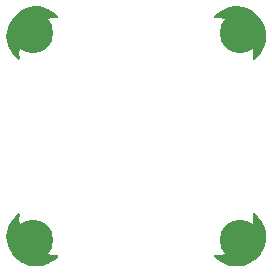
<source format=gbr>
G04 EAGLE Gerber RS-274X export*
G75*
%MOMM*%
%FSLAX34Y34*%
%LPD*%
%INSoldermask Bottom*%
%IPPOS*%
%AMOC8*
5,1,8,0,0,1.08239X$1,22.5*%
G01*
%ADD10C,3.419200*%

G36*
X99673Y64978D02*
X99673Y64978D01*
X99727Y64977D01*
X99813Y64999D01*
X99900Y65013D01*
X99950Y65035D01*
X100002Y65049D01*
X100062Y65087D01*
X100159Y65131D01*
X100230Y65193D01*
X100286Y65228D01*
X102994Y67644D01*
X103053Y67714D01*
X103102Y67757D01*
X105409Y70559D01*
X105456Y70636D01*
X105498Y70686D01*
X107350Y73808D01*
X107385Y73892D01*
X107419Y73947D01*
X108771Y77315D01*
X108793Y77404D01*
X108818Y77464D01*
X109639Y80999D01*
X109642Y81025D01*
X109648Y81046D01*
X109650Y81099D01*
X109663Y81153D01*
X109934Y84772D01*
X109929Y84863D01*
X109934Y84928D01*
X109649Y88546D01*
X109629Y88635D01*
X109625Y88700D01*
X108790Y92232D01*
X108757Y92317D01*
X108743Y92380D01*
X107378Y95744D01*
X107335Y95818D01*
X107335Y95819D01*
X107332Y95824D01*
X107309Y95883D01*
X105446Y98998D01*
X105402Y99052D01*
X105368Y99109D01*
X105361Y99115D01*
X105356Y99125D01*
X103038Y101918D01*
X102989Y101963D01*
X102958Y102004D01*
X100333Y104511D01*
X100259Y104564D01*
X100213Y104609D01*
X97235Y106685D01*
X97154Y106726D01*
X97101Y106764D01*
X93842Y108360D01*
X93755Y108388D01*
X93697Y108418D01*
X90232Y109497D01*
X90142Y109512D01*
X90080Y109532D01*
X86490Y110068D01*
X86399Y110069D01*
X86335Y110080D01*
X82706Y110061D01*
X82615Y110048D01*
X82551Y110048D01*
X78967Y109475D01*
X78880Y109448D01*
X78815Y109439D01*
X75361Y108325D01*
X75279Y108285D01*
X75217Y108266D01*
X71974Y106637D01*
X71899Y106585D01*
X71840Y106556D01*
X68884Y104450D01*
X68818Y104388D01*
X68765Y104351D01*
X66165Y101818D01*
X66132Y101775D01*
X66092Y101739D01*
X66046Y101663D01*
X65992Y101593D01*
X65972Y101542D01*
X65943Y101496D01*
X65920Y101411D01*
X65887Y101328D01*
X65882Y101275D01*
X65867Y101223D01*
X65868Y101134D01*
X65860Y101045D01*
X65870Y100992D01*
X65870Y100938D01*
X65896Y100853D01*
X65912Y100766D01*
X65936Y100718D01*
X65952Y100666D01*
X66000Y100591D01*
X66040Y100512D01*
X66076Y100472D01*
X66106Y100427D01*
X66172Y100368D01*
X66233Y100303D01*
X66279Y100275D01*
X66320Y100240D01*
X66400Y100202D01*
X66476Y100156D01*
X66528Y100142D01*
X66577Y100120D01*
X66648Y100110D01*
X66751Y100083D01*
X66844Y100085D01*
X66910Y100076D01*
X71111Y100226D01*
X75219Y99785D01*
X79222Y98764D01*
X83039Y97184D01*
X86593Y95078D01*
X89811Y92488D01*
X92629Y89467D01*
X94988Y86076D01*
X96841Y82384D01*
X98150Y78465D01*
X98889Y74401D01*
X99043Y70272D01*
X98600Y66092D01*
X98602Y66038D01*
X98595Y65985D01*
X98607Y65897D01*
X98610Y65808D01*
X98627Y65757D01*
X98635Y65703D01*
X98671Y65623D01*
X98698Y65538D01*
X98729Y65493D01*
X98751Y65444D01*
X98808Y65376D01*
X98858Y65303D01*
X98900Y65269D01*
X98935Y65227D01*
X99009Y65178D01*
X99077Y65121D01*
X99127Y65100D01*
X99171Y65070D01*
X99256Y65043D01*
X99337Y65007D01*
X99391Y65000D01*
X99443Y64984D01*
X99531Y64982D01*
X99619Y64970D01*
X99673Y64978D01*
G37*
G36*
X-99583Y64979D02*
X-99583Y64979D01*
X-99494Y64977D01*
X-99442Y64990D01*
X-99388Y64995D01*
X-99305Y65026D01*
X-99219Y65049D01*
X-99173Y65076D01*
X-99122Y65095D01*
X-99051Y65148D01*
X-98974Y65194D01*
X-98938Y65233D01*
X-98894Y65265D01*
X-98841Y65336D01*
X-98780Y65401D01*
X-98755Y65449D01*
X-98723Y65492D01*
X-98691Y65575D01*
X-98650Y65654D01*
X-98640Y65707D01*
X-98621Y65757D01*
X-98616Y65829D01*
X-98596Y65933D01*
X-98604Y66026D01*
X-98600Y66092D01*
X-99043Y70272D01*
X-98889Y74401D01*
X-98150Y78465D01*
X-96841Y82384D01*
X-94988Y86076D01*
X-92629Y89467D01*
X-89811Y92488D01*
X-86593Y95078D01*
X-83039Y97184D01*
X-79222Y98764D01*
X-75219Y99785D01*
X-71111Y100226D01*
X-66910Y100076D01*
X-66856Y100082D01*
X-66803Y100078D01*
X-66716Y100096D01*
X-66627Y100106D01*
X-66577Y100126D01*
X-66525Y100137D01*
X-66446Y100179D01*
X-66364Y100213D01*
X-66321Y100246D01*
X-66274Y100271D01*
X-66210Y100333D01*
X-66141Y100388D01*
X-66109Y100432D01*
X-66070Y100470D01*
X-66026Y100547D01*
X-65975Y100619D01*
X-65957Y100670D01*
X-65930Y100717D01*
X-65909Y100803D01*
X-65879Y100887D01*
X-65876Y100941D01*
X-65863Y100993D01*
X-65867Y101082D01*
X-65862Y101171D01*
X-65874Y101224D01*
X-65876Y101277D01*
X-65904Y101362D01*
X-65924Y101448D01*
X-65950Y101496D01*
X-65967Y101547D01*
X-66009Y101605D01*
X-66060Y101698D01*
X-66126Y101764D01*
X-66165Y101818D01*
X-68765Y104351D01*
X-68838Y104404D01*
X-68884Y104450D01*
X-71840Y106556D01*
X-71921Y106598D01*
X-71974Y106637D01*
X-75217Y108266D01*
X-75303Y108295D01*
X-75361Y108325D01*
X-78815Y109439D01*
X-78905Y109455D01*
X-78967Y109475D01*
X-82551Y110048D01*
X-82641Y110050D01*
X-82706Y110061D01*
X-86335Y110080D01*
X-86425Y110067D01*
X-86490Y110068D01*
X-90080Y109532D01*
X-90167Y109506D01*
X-90232Y109497D01*
X-93697Y108418D01*
X-93779Y108379D01*
X-93842Y108360D01*
X-97101Y106764D01*
X-97177Y106713D01*
X-97235Y106685D01*
X-100213Y104609D01*
X-100279Y104547D01*
X-100333Y104511D01*
X-102958Y102004D01*
X-103000Y101952D01*
X-103038Y101918D01*
X-105356Y99125D01*
X-105404Y99047D01*
X-105446Y98998D01*
X-107309Y95883D01*
X-107344Y95799D01*
X-107378Y95744D01*
X-108743Y92380D01*
X-108765Y92292D01*
X-108790Y92232D01*
X-109625Y88700D01*
X-109633Y88609D01*
X-109649Y88546D01*
X-109934Y84928D01*
X-109929Y84837D01*
X-109934Y84772D01*
X-109663Y81153D01*
X-109655Y81117D01*
X-109656Y81098D01*
X-109642Y81047D01*
X-109639Y80999D01*
X-108818Y77464D01*
X-108785Y77379D01*
X-108771Y77315D01*
X-107419Y73947D01*
X-107373Y73868D01*
X-107350Y73808D01*
X-105498Y70686D01*
X-105441Y70615D01*
X-105409Y70559D01*
X-103102Y67757D01*
X-103035Y67695D01*
X-102994Y67644D01*
X-100286Y65228D01*
X-100241Y65198D01*
X-100202Y65161D01*
X-100123Y65120D01*
X-100049Y65070D01*
X-99998Y65054D01*
X-99950Y65029D01*
X-99863Y65011D01*
X-99778Y64984D01*
X-99724Y64983D01*
X-99671Y64972D01*
X-99583Y64979D01*
G37*
G36*
X-82706Y-110061D02*
X-82706Y-110061D01*
X-82615Y-110048D01*
X-82551Y-110048D01*
X-78967Y-109475D01*
X-78880Y-109448D01*
X-78815Y-109439D01*
X-75361Y-108325D01*
X-75279Y-108285D01*
X-75217Y-108266D01*
X-71974Y-106637D01*
X-71899Y-106585D01*
X-71840Y-106556D01*
X-68884Y-104450D01*
X-68818Y-104388D01*
X-68765Y-104351D01*
X-66165Y-101818D01*
X-66132Y-101775D01*
X-66092Y-101739D01*
X-66046Y-101663D01*
X-65992Y-101593D01*
X-65972Y-101542D01*
X-65943Y-101496D01*
X-65920Y-101411D01*
X-65887Y-101328D01*
X-65882Y-101275D01*
X-65867Y-101223D01*
X-65868Y-101134D01*
X-65860Y-101045D01*
X-65870Y-100992D01*
X-65870Y-100938D01*
X-65896Y-100853D01*
X-65912Y-100766D01*
X-65936Y-100718D01*
X-65952Y-100666D01*
X-66000Y-100591D01*
X-66040Y-100512D01*
X-66076Y-100472D01*
X-66106Y-100427D01*
X-66172Y-100368D01*
X-66233Y-100303D01*
X-66279Y-100275D01*
X-66320Y-100240D01*
X-66400Y-100202D01*
X-66476Y-100156D01*
X-66528Y-100142D01*
X-66577Y-100120D01*
X-66648Y-100110D01*
X-66751Y-100083D01*
X-66844Y-100085D01*
X-66910Y-100076D01*
X-71111Y-100226D01*
X-75219Y-99785D01*
X-79222Y-98764D01*
X-83039Y-97184D01*
X-86593Y-95078D01*
X-89811Y-92488D01*
X-92629Y-89467D01*
X-94988Y-86076D01*
X-96841Y-82384D01*
X-98150Y-78465D01*
X-98889Y-74401D01*
X-99043Y-70272D01*
X-98600Y-66092D01*
X-98602Y-66038D01*
X-98595Y-65985D01*
X-98607Y-65897D01*
X-98610Y-65808D01*
X-98627Y-65757D01*
X-98635Y-65703D01*
X-98671Y-65623D01*
X-98698Y-65538D01*
X-98729Y-65493D01*
X-98751Y-65444D01*
X-98808Y-65376D01*
X-98858Y-65303D01*
X-98900Y-65269D01*
X-98935Y-65227D01*
X-99009Y-65178D01*
X-99077Y-65121D01*
X-99127Y-65100D01*
X-99171Y-65070D01*
X-99256Y-65043D01*
X-99337Y-65007D01*
X-99391Y-65000D01*
X-99443Y-64984D01*
X-99531Y-64982D01*
X-99619Y-64970D01*
X-99673Y-64978D01*
X-99727Y-64977D01*
X-99813Y-64999D01*
X-99900Y-65013D01*
X-99950Y-65035D01*
X-100002Y-65049D01*
X-100062Y-65087D01*
X-100159Y-65131D01*
X-100230Y-65193D01*
X-100286Y-65228D01*
X-102994Y-67644D01*
X-103053Y-67714D01*
X-103102Y-67757D01*
X-105409Y-70559D01*
X-105456Y-70636D01*
X-105498Y-70686D01*
X-107350Y-73808D01*
X-107385Y-73892D01*
X-107419Y-73947D01*
X-108771Y-77315D01*
X-108793Y-77404D01*
X-108818Y-77464D01*
X-109639Y-80999D01*
X-109647Y-81090D01*
X-109663Y-81153D01*
X-109934Y-84772D01*
X-109929Y-84863D01*
X-109934Y-84928D01*
X-109649Y-88546D01*
X-109629Y-88635D01*
X-109625Y-88700D01*
X-108790Y-92232D01*
X-108757Y-92317D01*
X-108743Y-92380D01*
X-107378Y-95744D01*
X-107332Y-95822D01*
X-107309Y-95883D01*
X-105446Y-98998D01*
X-105388Y-99069D01*
X-105356Y-99125D01*
X-103038Y-101918D01*
X-102989Y-101963D01*
X-102958Y-102004D01*
X-100333Y-104511D01*
X-100259Y-104564D01*
X-100213Y-104609D01*
X-97235Y-106685D01*
X-97154Y-106726D01*
X-97101Y-106764D01*
X-93842Y-108360D01*
X-93755Y-108388D01*
X-93697Y-108418D01*
X-90232Y-109497D01*
X-90142Y-109512D01*
X-90080Y-109532D01*
X-86490Y-110068D01*
X-86399Y-110069D01*
X-86335Y-110080D01*
X-82706Y-110061D01*
G37*
G36*
X86425Y-110067D02*
X86425Y-110067D01*
X86490Y-110068D01*
X90080Y-109532D01*
X90167Y-109506D01*
X90232Y-109497D01*
X93697Y-108418D01*
X93779Y-108379D01*
X93842Y-108360D01*
X97101Y-106764D01*
X97177Y-106713D01*
X97235Y-106685D01*
X100213Y-104609D01*
X100279Y-104547D01*
X100333Y-104511D01*
X102958Y-102004D01*
X103000Y-101952D01*
X103038Y-101918D01*
X105356Y-99125D01*
X105404Y-99047D01*
X105446Y-98998D01*
X107309Y-95883D01*
X107344Y-95799D01*
X107378Y-95744D01*
X108743Y-92380D01*
X108765Y-92292D01*
X108790Y-92232D01*
X109625Y-88700D01*
X109633Y-88609D01*
X109649Y-88546D01*
X109934Y-84928D01*
X109929Y-84837D01*
X109934Y-84772D01*
X109663Y-81153D01*
X109643Y-81064D01*
X109639Y-80999D01*
X108818Y-77464D01*
X108785Y-77379D01*
X108771Y-77315D01*
X107419Y-73947D01*
X107373Y-73868D01*
X107350Y-73808D01*
X105498Y-70686D01*
X105441Y-70615D01*
X105409Y-70559D01*
X103102Y-67757D01*
X103035Y-67695D01*
X102994Y-67644D01*
X100286Y-65228D01*
X100241Y-65198D01*
X100202Y-65161D01*
X100123Y-65120D01*
X100049Y-65070D01*
X99998Y-65054D01*
X99950Y-65029D01*
X99863Y-65011D01*
X99778Y-64984D01*
X99724Y-64983D01*
X99671Y-64972D01*
X99583Y-64979D01*
X99494Y-64977D01*
X99442Y-64990D01*
X99388Y-64995D01*
X99305Y-65026D01*
X99219Y-65049D01*
X99173Y-65076D01*
X99122Y-65095D01*
X99051Y-65148D01*
X98974Y-65194D01*
X98938Y-65233D01*
X98894Y-65265D01*
X98841Y-65336D01*
X98780Y-65401D01*
X98755Y-65449D01*
X98723Y-65492D01*
X98691Y-65575D01*
X98650Y-65654D01*
X98640Y-65707D01*
X98621Y-65757D01*
X98616Y-65829D01*
X98596Y-65933D01*
X98604Y-66026D01*
X98600Y-66092D01*
X99043Y-70272D01*
X98889Y-74401D01*
X98150Y-78465D01*
X96841Y-82384D01*
X94988Y-86076D01*
X92629Y-89467D01*
X89811Y-92488D01*
X86593Y-95078D01*
X83039Y-97184D01*
X79222Y-98764D01*
X75219Y-99785D01*
X71111Y-100226D01*
X66910Y-100076D01*
X66856Y-100082D01*
X66803Y-100078D01*
X66716Y-100096D01*
X66627Y-100106D01*
X66577Y-100126D01*
X66525Y-100137D01*
X66446Y-100179D01*
X66364Y-100213D01*
X66321Y-100246D01*
X66274Y-100271D01*
X66210Y-100333D01*
X66141Y-100388D01*
X66109Y-100432D01*
X66070Y-100470D01*
X66026Y-100547D01*
X65975Y-100619D01*
X65957Y-100670D01*
X65930Y-100717D01*
X65909Y-100803D01*
X65879Y-100887D01*
X65876Y-100941D01*
X65863Y-100993D01*
X65867Y-101082D01*
X65862Y-101171D01*
X65874Y-101224D01*
X65876Y-101277D01*
X65904Y-101362D01*
X65924Y-101448D01*
X65950Y-101496D01*
X65967Y-101547D01*
X66009Y-101605D01*
X66060Y-101698D01*
X66126Y-101764D01*
X66165Y-101818D01*
X68765Y-104351D01*
X68838Y-104404D01*
X68884Y-104450D01*
X71840Y-106556D01*
X71921Y-106598D01*
X71974Y-106637D01*
X75217Y-108266D01*
X75303Y-108295D01*
X75361Y-108325D01*
X78815Y-109439D01*
X78905Y-109455D01*
X78967Y-109475D01*
X82551Y-110048D01*
X82641Y-110050D01*
X82706Y-110061D01*
X86335Y-110080D01*
X86425Y-110067D01*
G37*
D10*
X87630Y-87630D03*
X-87630Y-87630D03*
X87630Y87630D03*
X-87630Y87630D03*
M02*

</source>
